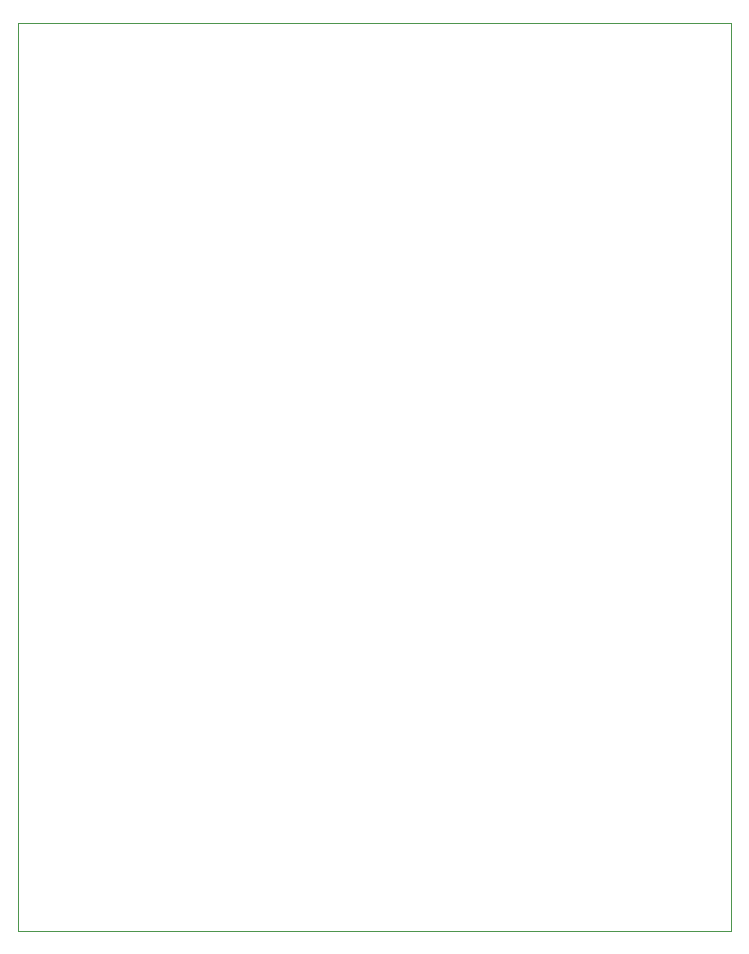
<source format=gm1>
G04 #@! TF.GenerationSoftware,KiCad,Pcbnew,7.0.10*
G04 #@! TF.CreationDate,2024-04-02T13:30:28+02:00*
G04 #@! TF.ProjectId,carte pami,63617274-6520-4706-916d-692e6b696361,rev?*
G04 #@! TF.SameCoordinates,Original*
G04 #@! TF.FileFunction,Profile,NP*
%FSLAX46Y46*%
G04 Gerber Fmt 4.6, Leading zero omitted, Abs format (unit mm)*
G04 Created by KiCad (PCBNEW 7.0.10) date 2024-04-02 13:30:28*
%MOMM*%
%LPD*%
G01*
G04 APERTURE LIST*
G04 #@! TA.AperFunction,Profile*
%ADD10C,0.100000*%
G04 #@! TD*
G04 APERTURE END LIST*
D10*
X93980000Y-42862500D02*
X154305000Y-42862500D01*
X154305000Y-119697500D01*
X93980000Y-119697500D01*
X93980000Y-42862500D01*
M02*

</source>
